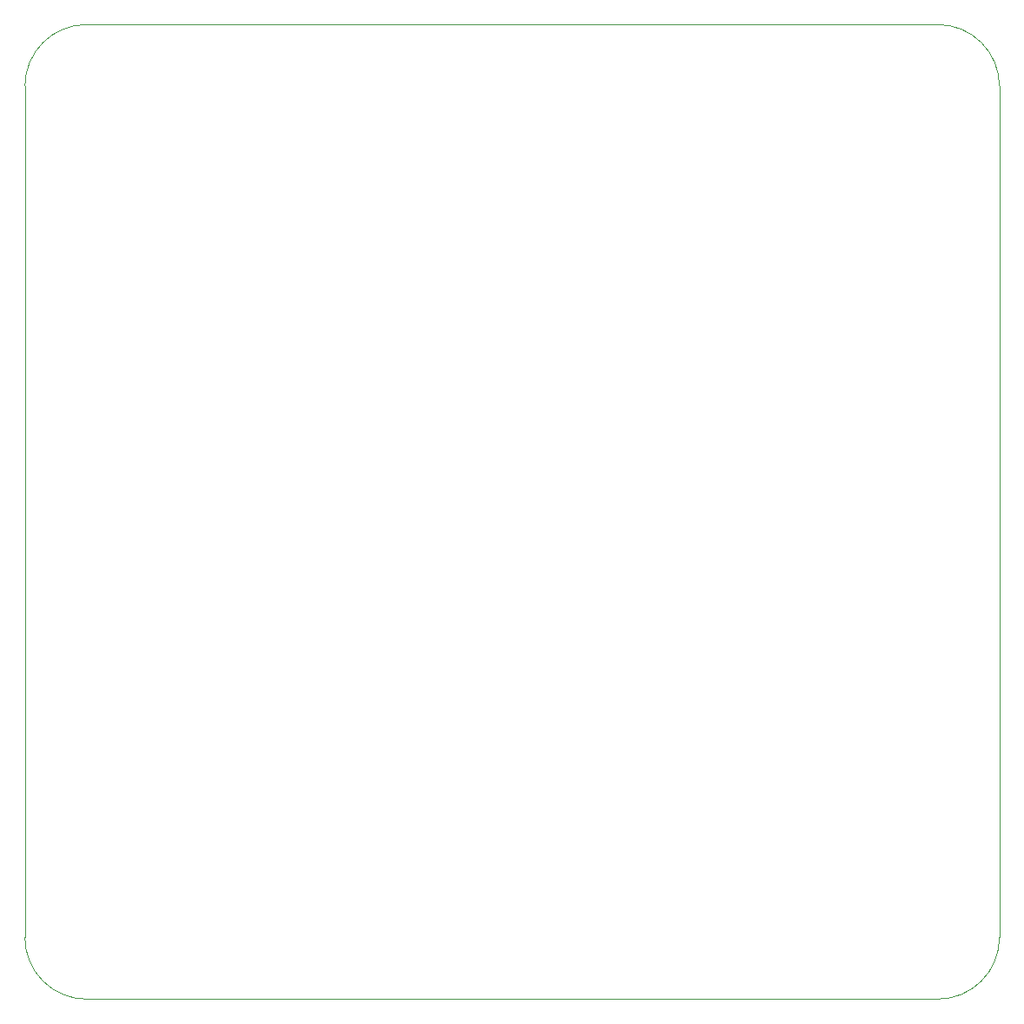
<source format=gbr>
G04 #@! TF.FileFunction,Profile,NP*
%FSLAX46Y46*%
G04 Gerber Fmt 4.6, Leading zero omitted, Abs format (unit mm)*
G04 Created by KiCad (PCBNEW (after 2015-mar-04 BZR unknown)-product) date 4/25/2015 9:00:20 PM*
%MOMM*%
G01*
G04 APERTURE LIST*
%ADD10C,0.150000*%
%ADD11C,0.100000*%
G04 APERTURE END LIST*
D10*
D11*
X155000000Y-169000000D02*
X155000000Y-86000000D01*
X244000000Y-175000000D02*
X161000000Y-175000000D01*
X250000000Y-86000000D02*
X250000000Y-169000000D01*
X161000000Y-80000000D02*
X244000000Y-80000000D01*
X155000000Y-169000000D02*
G75*
G03X161000000Y-175000000I6000000J0D01*
G01*
X244000000Y-175000000D02*
G75*
G03X250000000Y-169000000I0J6000000D01*
G01*
X250000000Y-86000000D02*
G75*
G03X244000000Y-80000000I-6000000J0D01*
G01*
X161000000Y-80000000D02*
G75*
G03X155000000Y-86000000I0J-6000000D01*
G01*
M02*

</source>
